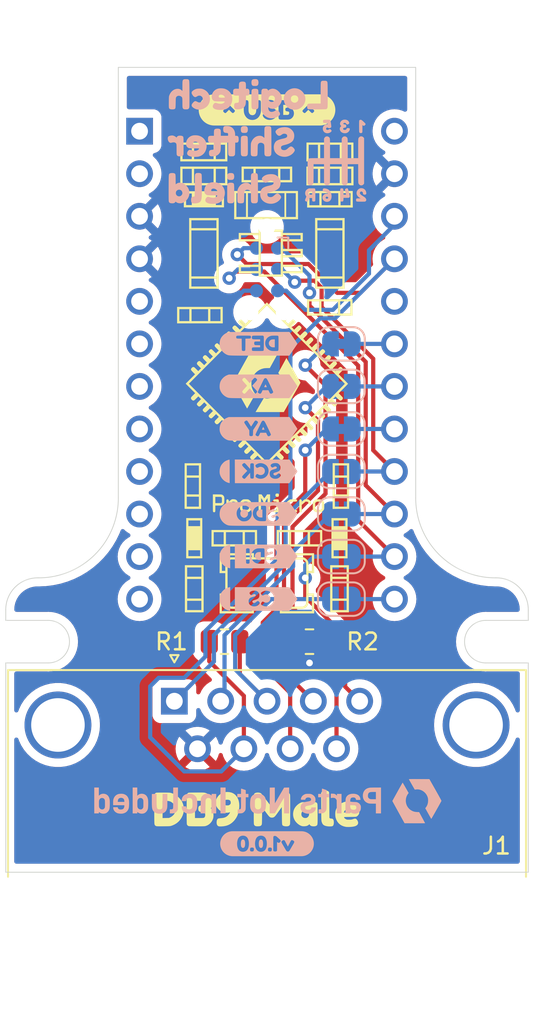
<source format=kicad_pcb>
(kicad_pcb (version 20211014) (generator pcbnew)
  (title_block (title "Logitech Shifter Shield for Pro Micro") (rev "v1.0.0"))
  (layers (0 "F.Cu" signal) (31 "B.Cu" signal) (34 "B.Paste" user) (35 "F.Paste" user) (36 "B.SilkS" user "B.Silkscreen") (37 "F.SilkS" user "F.Silkscreen") (38 "B.Mask" user) (39 "F.Mask" user) (44 "Edge.Cuts" user))
  (net 0 "")
  (net 1 "/Shift_Clock")
  (net 2 "/Shift_Data")
  (net 3 "/Shift_CS")
  (net 4 "/Shift_X")
  (net 5 "/Shift_DataIn")
  (net 6 "GND")
  (net 7 "VCC")
  (net 8 "/Shift_Y")
  (net 9 "/Shift_Detect")
  (net 11 "/MISO")
  (net 12 "/SCK")
  (net 13 "/MOSI")
  (net 14 "/RST")
  (net 15 "/Detect")
  (net 16 "/CS")
  (net 29 "/AX")
  (net 30 "/AY")
  (footprint "kibuzzard-61EDBB73" (layer "F.Cu") (at 152.4 73.66)
    (fp_text reference "kibuzzard-61EDBB73" hide)
    (fp_text value "G***" hide)
  )
  (footprint "Sim_Racing_Shields:DB9_Male_Text" (layer "F.Cu") (at 151.765 115.57)
    (fp_text reference "G***" hide)
    (fp_text value "LOGO" hide)
  )
  (footprint "Connector_Dsub:DSUB-9_Male_Horizontal_P2.77x2.84mm_EdgePinOffset7.70mm_Housed_MountingHolesOffset9.12mm" (layer "F.Cu") (at 146.86 108.966)
    (fp_text reference "J1" (at 19.256 8.636) (layer "F.SilkS"))
    (fp_text value "DB9_Male_MountingHoles")
    (pad "0" thru_hole circle locked (at -6.96 1.42) (size 4 4) (drill 3.2) (layers *.Cu *.Mask))
    (pad "0" thru_hole circle locked (at 18.04 1.42) (size 4 4) (drill 3.2) (layers *.Cu *.Mask))
    (pad "1" thru_hole rect locked (at 0 0) (size 1.6 1.6) (drill 1) (layers *.Cu *.Mask) (net 1 "/Shift_Clock"))
    (pad "2" thru_hole circle locked (at 2.77 0) (size 1.6 1.6) (drill 1) (layers *.Cu *.Mask) (net 2 "/Shift_Data"))
    (pad "3" thru_hole circle locked (at 5.54 0) (size 1.6 1.6) (drill 1) (layers *.Cu *.Mask) (net 3 "/Shift_CS"))
    (pad "4" thru_hole circle locked (at 8.31 0) (size 1.6 1.6) (drill 1) (layers *.Cu *.Mask) (net 4 "/Shift_X"))
    (pad "5" thru_hole circle locked (at 11.08 0) (size 1.6 1.6) (drill 1) (layers *.Cu *.Mask) (net 5 "/Shift_DataIn"))
    (pad "6" thru_hole circle locked (at 1.385 2.84) (size 1.6 1.6) (drill 1) (layers *.Cu *.Mask) (net 6 "GND"))
    (pad "7" thru_hole circle locked (at 4.155 2.84) (size 1.6 1.6) (drill 1) (layers *.Cu *.Mask) (net 7 "VCC"))
    (pad "8" thru_hole circle locked (at 6.925 2.84) (size 1.6 1.6) (drill 1) (layers *.Cu *.Mask) (net 8 "/Shift_Y"))
    (pad "9" thru_hole circle locked (at 9.695 2.84) (size 1.6 1.6) (drill 1) (layers *.Cu *.Mask) (net 9 "/Shift_Detect"))
  )
  (footprint "Resistor_SMD:R_0805_2012Metric" (layer "F.Cu") (at 154.94 105.41)
    (fp_text reference "R2" (at 3.175 0) (layer "F.SilkS"))
    (fp_text value "10k")
    (pad "1" smd roundrect locked (at -0.9125 0) (size 1.025 1.4) (layers "F.Cu" "F.Paste" "F.Mask") (roundrect_rratio 0.243902439) (net 6 "GND"))
    (pad "2" smd roundrect locked (at 0.9125 0) (size 1.025 1.4) (layers "F.Cu" "F.Paste" "F.Mask") (roundrect_rratio 0.243902439) (net 9 "/Shift_Detect"))
  )
  (footprint "Resistor_SMD:R_0805_2012Metric" (layer "F.Cu") (at 149.86 105.41 180)
    (fp_text reference "R1" (at 3.175 0) (layer "F.SilkS"))
    (fp_text value "10k")
    (pad "1" smd roundrect locked (at -0.9125 0 180) (size 1.025 1.4) (layers "F.Cu" "F.Paste" "F.Mask") (roundrect_rratio 0.243902439) (net 3 "/Shift_CS"))
    (pad "2" smd roundrect locked (at 0.9125 0 180) (size 1.025 1.4) (layers "F.Cu" "F.Paste" "F.Mask") (roundrect_rratio 0.243902439) (net 7 "VCC"))
  )
  (footprint "Sim_Racing_Shields:Sparkfun_ProMicro" (layer "F.Cu") (at 152.4 88.9)
    (fp_text reference "U1" hide)
    (fp_text value "SparkFun_ProMicro")
    (pad "1" thru_hole rect locked (at -7.62 -13.97 270) (size 1.6 1.6) (drill 1) (layers *.Cu *.Mask))
    (pad "2" thru_hole circle locked (at -7.62 -11.43 270) (size 1.6 1.6) (drill 1) (layers *.Cu *.Mask))
    (pad "3" thru_hole circle locked (at -7.62 -8.89 270) (size 1.6 1.6) (drill 1) (layers *.Cu *.Mask) (net 6 "GND"))
    (pad "4" thru_hole circle locked (at -7.62 -6.35 270) (size 1.6 1.6) (drill 1) (layers *.Cu *.Mask) (net 6 "GND"))
    (pad "5" thru_hole circle locked (at -7.62 -3.81 270) (size 1.6 1.6) (drill 1) (layers *.Cu *.Mask))
    (pad "6" thru_hole circle locked (at -7.62 -1.27 270) (size 1.6 1.6) (drill 1) (layers *.Cu *.Mask))
    (pad "7" thru_hole circle locked (at -7.62 1.27 270) (size 1.6 1.6) (drill 1) (layers *.Cu *.Mask))
    (pad "8" thru_hole circle locked (at -7.62 3.81 270) (size 1.6 1.6) (drill 1) (layers *.Cu *.Mask))
    (pad "9" thru_hole circle locked (at -7.62 6.35 270) (size 1.6 1.6) (drill 1) (layers *.Cu *.Mask))
    (pad "10" thru_hole circle locked (at -7.62 8.89 270) (size 1.6 1.6) (drill 1) (layers *.Cu *.Mask))
    (pad "11" thru_hole circle locked (at -7.62 11.43 270) (size 1.6 1.6) (drill 1) (layers *.Cu *.Mask))
    (pad "12" thru_hole circle locked (at -7.62 13.97 270) (size 1.6 1.6) (drill 1) (layers *.Cu *.Mask))
    (pad "13" thru_hole circle locked (at 7.62 13.97 270) (size 1.6 1.6) (drill 1) (layers *.Cu *.Mask) (net 16 "/CS"))
    (pad "14" thru_hole circle locked (at 7.62 11.43 270) (size 1.6 1.6) (drill 1) (layers *.Cu *.Mask) (net 13 "/MOSI"))
    (pad "15" thru_hole circle locked (at 7.62 8.89 270) (size 1.6 1.6) (drill 1) (layers *.Cu *.Mask) (net 11 "/MISO"))
    (pad "16" thru_hole circle locked (at 7.62 6.35 270) (size 1.6 1.6) (drill 1) (layers *.Cu *.Mask) (net 12 "/SCK"))
    (pad "17" thru_hole circle locked (at 7.62 3.81 270) (size 1.6 1.6) (drill 1) (layers *.Cu *.Mask) (net 30 "/AY"))
    (pad "18" thru_hole circle locked (at 7.62 1.27 270) (size 1.6 1.6) (drill 1) (layers *.Cu *.Mask) (net 29 "/AX"))
    (pad "19" thru_hole circle locked (at 7.62 -1.27 270) (size 1.6 1.6) (drill 1) (layers *.Cu *.Mask) (net 15 "/Detect"))
    (pad "20" thru_hole circle locked (at 7.62 -3.81 270) (size 1.6 1.6) (drill 1) (layers *.Cu *.Mask))
    (pad "21" thru_hole circle locked (at 7.62 -6.35 270) (size 1.6 1.6) (drill 1) (layers *.Cu *.Mask) (net 7 "VCC"))
    (pad "22" thru_hole circle locked (at 7.62 -8.89 270) (size 1.6 1.6) (drill 1) (layers *.Cu *.Mask) (net 14 "/RST"))
    (pad "23" thru_hole circle locked (at 7.62 -11.43 270) (size 1.6 1.6) (drill 1) (layers *.Cu *.Mask) (net 6 "GND"))
    (pad "24" thru_hole circle locked (at 7.62 -13.97 270) (size 1.6 1.6) (drill 1) (layers *.Cu *.Mask))
  )
  (footprint "Sim_Racing_Shields:SolderJumper-2_P1.3mm_Bridged_RoundedPad1.0x1.5mm_Unmasked" (layer "B.Cu") (at 156.845 97.79 180)
    (fp_text reference "JP5" hide)
    (fp_text value "Data_Jumper")
    (fp_poly (pts (xy 0.25 0.3) (xy -0.25 0.3) (xy -0.25 -0.3) (xy 0.25 -0.3)) (layer "B.Cu") (width 0) (fill solid))
    (pad "1" smd custom (at -0.65 0 180) (size 1 0.5) (layers "B.Cu" "B.Mask") (net 11 "/MISO") (options (clearance outline) (anchor rect)) (primitives (gr_circle (center 0 -0.25) (end 0.5 -0.25) (width 0) (fill yes)) (gr_circle (center 0 0.25) (end 0.5 0.25) (width 0) (fill yes)) (gr_poly (pts (xy 0.5 -0.75) (xy 0 -0.75) (xy 0 0.75) (xy 0.5 0.75)) (width 0) (fill yes))))
    (pad "2" smd custom (at 0.65 0 180) (size 1 0.5) (layers "B.Cu" "B.Mask") (net 2 "/Shift_Data") (options (clearance outline) (anchor rect)) (primitives (gr_circle (center 0 -0.25) (end 0.5 -0.25) (width 0) (fill yes)) (gr_circle (center 0 0.25) (end 0.5 0.25) (width 0) (fill yes)) (gr_poly (pts (xy 0 -0.75) (xy -0.5 -0.75) (xy -0.5 0.75) (xy 0 0.75)) (width 0) (fill yes))))
  )
  (footprint "Sim_Racing_Shields:Logitech_Shifter_Jumper_Labels" (layer "B.Cu") (at 151.892 95.3389 180)
    (fp_text reference "G***" hide)
    (fp_text value "LOGO" hide)
  )
  (footprint "Sim_Racing_Shields:SolderJumper-2_P1.3mm_Bridged_RoundedPad1.0x1.5mm_Unmasked" (layer "B.Cu") (at 156.845 92.71 180)
    (fp_text reference "JP3" hide)
    (fp_text value "ShiftY_Jumper" hide)
    (fp_poly (pts (xy 0.25 0.3) (xy -0.25 0.3) (xy -0.25 -0.3) (xy 0.25 -0.3)) (layer "B.Cu") (width 0) (fill solid))
    (pad "1" smd custom (at -0.65 0 180) (size 1 0.5) (layers "B.Cu" "B.Mask") (net 30 "/AY") (options (clearance outline) (anchor rect)) (primitives (gr_circle (center 0 -0.25) (end 0.5 -0.25) (width 0) (fill yes)) (gr_circle (center 0 0.25) (end 0.5 0.25) (width 0) (fill yes)) (gr_poly (pts (xy 0.5 -0.75) (xy 0 -0.75) (xy 0 0.75) (xy 0.5 0.75)) (width 0) (fill yes))))
    (pad "2" smd custom (at 0.65 0 180) (size 1 0.5) (layers "B.Cu" "B.Mask") (net 8 "/Shift_Y") (options (clearance outline) (anchor rect)) (primitives (gr_circle (center 0 -0.25) (end 0.5 -0.25) (width 0) (fill yes)) (gr_circle (center 0 0.25) (end 0.5 0.25) (width 0) (fill yes)) (gr_poly (pts (xy 0 -0.75) (xy -0.5 -0.75) (xy -0.5 0.75) (xy 0 0.75)) (width 0) (fill yes))))
  )
  (footprint "Sim_Racing_Shields:SolderJumper-2_P1.3mm_Bridged_RoundedPad1.0x1.5mm_Unmasked" (layer "B.Cu") (at 156.845 90.17 180)
    (fp_text reference "JP2" hide)
    (fp_text value "ShiftX_Jumper" hide)
    (fp_poly (pts (xy 0.25 0.3) (xy -0.25 0.3) (xy -0.25 -0.3) (xy 0.25 -0.3)) (layer "B.Cu") (width 0) (fill solid))
    (pad "1" smd custom (at -0.65 0 180) (size 1 0.5) (layers "B.Cu" "B.Mask") (net 29 "/AX") (options (clearance outline) (anchor rect)) (primitives (gr_circle (center 0 -0.25) (end 0.5 -0.25) (width 0) (fill yes)) (gr_circle (center 0 0.25) (end 0.5 0.25) (width 0) (fill yes)) (gr_poly (pts (xy 0.5 -0.75) (xy 0 -0.75) (xy 0 0.75) (xy 0.5 0.75)) (width 0) (fill yes))))
    (pad "2" smd custom (at 0.65 0 180) (size 1 0.5) (layers "B.Cu" "B.Mask") (net 4 "/Shift_X") (options (clearance outline) (anchor rect)) (primitives (gr_circle (center 0 -0.25) (end 0.5 -0.25) (width 0) (fill yes)) (gr_circle (center 0 0.25) (end 0.5 0.25) (width 0) (fill yes)) (gr_poly (pts (xy 0 -0.75) (xy -0.5 -0.75) (xy -0.5 0.75) (xy 0 0.75)) (width 0) (fill yes))))
  )
  (footprint "Sim_Racing_Shields:PNI_Logo_Text" (layer "B.Cu") (at 152.4 114.935 180)
    (fp_text reference "G***" hide)
    (fp_text value "LOGO" hide)
  )
  (footprint "Jumper:SolderJumper-2_P1.3mm_Open_RoundedPad1.0x1.5mm" (layer "B.Cu") (at 156.845 95.25 180)
    (fp_text reference "JP4" hide)
    (fp_text value "Clock_Jumper_NC" hide)
    (pad "1" smd custom locked (at -0.65 0 180) (size 1 0.5) (layers "B.Cu" "B.Mask") (net 12 "/SCK") (options (clearance outline) (anchor rect)) (primitives (gr_circle (center 0 -0.25) (end 0.5 -0.25) (width 0) (fill yes)) (gr_circle (center 0 0.25) (end 0.5 0.25) (width 0) (fill yes)) (gr_poly (pts (xy 0.5 0.75) (xy 0 0.75) (xy 0 -0.75) (xy 0.5 -0.75)) (width 0) (fill yes))))
    (pad "2" smd custom locked (at 0.65 0 180) (size 1 0.5) (layers "B.Cu" "B.Mask") (net 1 "/Shift_Clock") (options (clearance outline) (anchor rect)) (primitives (gr_circle (center 0 -0.25) (end 0.5 -0.25) (width 0) (fill yes)) (gr_circle (center 0 0.25) (end 0.5 0.25) (width 0) (fill yes)) (gr_poly (pts (xy 0 0.75) (xy -0.5 0.75) (xy -0.5 -0.75) (xy 0 -0.75)) (width 0) (fill yes))))
  )
  (footprint "Jumper:SolderJumper-2_P1.3mm_Open_RoundedPad1.0x1.5mm" (layer "B.Cu") (at 156.845 102.87 180)
    (fp_text reference "JP7" hide)
    (fp_text value "CS_Jumper_NC" hide)
    (pad "1" smd custom locked (at -0.65 0 180) (size 1 0.5) (layers "B.Cu" "B.Mask") (net 16 "/CS") (options (clearance outline) (anchor rect)) (primitives (gr_circle (center 0 -0.25) (end 0.5 -0.25) (width 0) (fill yes)) (gr_circle (center 0 0.25) (end 0.5 0.25) (width 0) (fill yes)) (gr_poly (pts (xy 0.5 0.75) (xy 0 0.75) (xy 0 -0.75) (xy 0.5 -0.75)) (width 0) (fill yes))))
    (pad "2" smd custom locked (at 0.65 0 180) (size 1 0.5) (layers "B.Cu" "B.Mask") (net 3 "/Shift_CS") (options (clearance outline) (anchor rect)) (primitives (gr_circle (center 0 -0.25) (end 0.5 -0.25) (width 0) (fill yes)) (gr_circle (center 0 0.25) (end 0.5 0.25) (width 0) (fill yes)) (gr_poly (pts (xy 0 0.75) (xy -0.5 0.75) (xy -0.5 -0.75) (xy 0 -0.75)) (width 0) (fill yes))))
  )
  (footprint "Sim_Racing_Shields:Logitech_Shifter_Shield_Graphic" (layer "B.Cu") (at 152.4 75.692 180)
    (fp_text reference "G***" hide)
    (fp_text value "LOGO" hide)
  )
  (footprint "Jumper:SolderJumper-2_P1.3mm_Open_RoundedPad1.0x1.5mm" (layer "B.Cu") (at 156.845 100.33 180)
    (fp_text reference "JP6" hide)
    (fp_text value "Data_In_Jumper_NC" hide)
    (pad "1" smd custom locked (at -0.65 0 180) (size 1 0.5) (layers "B.Cu" "B.Mask") (net 13 "/MOSI") (options (clearance outline) (anchor rect)) (primitives (gr_circle (center 0 -0.25) (end 0.5 -0.25) (width 0) (fill yes)) (gr_circle (center 0 0.25) (end 0.5 0.25) (width 0) (fill yes)) (gr_poly (pts (xy 0.5 0.75) (xy 0 0.75) (xy 0 -0.75) (xy 0.5 -0.75)) (width 0) (fill yes))))
    (pad "2" smd custom locked (at 0.65 0 180) (size 1 0.5) (layers "B.Cu" "B.Mask") (net 5 "/Shift_DataIn") (options (clearance outline) (anchor rect)) (primitives (gr_circle (center 0 -0.25) (end 0.5 -0.25) (width 0) (fill yes)) (gr_circle (center 0 0.25) (end 0.5 0.25) (width 0) (fill yes)) (gr_poly (pts (xy 0 0.75) (xy -0.5 0.75) (xy -0.5 -0.75) (xy 0 -0.75)) (width 0) (fill yes))))
  )
  (footprint "Sim_Racing_Shields:SolderJumper-2_P1.3mm_Bridged_RoundedPad1.0x1.5mm_Unmasked" (layer "B.Cu") (at 156.845 87.63 180)
    (fp_text reference "JP1" hide)
    (fp_text value "Detect_Jumper" hide)
    (fp_poly (pts (xy 0.25 0.3) (xy -0.25 0.3) (xy -0.25 -0.3) (xy 0.25 -0.3)) (layer "B.Cu") (width 0) (fill solid))
    (pad "1" smd custom (at -0.65 0 180) (size 1 0.5) (layers "B.Cu" "B.Mask") (net 15 "/Detect") (options (clearance outline) (anchor rect)) (primitives (gr_circle (center 0 -0.25) (end 0.5 -0.25) (width 0) (fill yes)) (gr_circle (center 0 0.25) (end 0.5 0.25) (width 0) (fill yes)) (gr_poly (pts (xy 0.5 -0.75) (xy 0 -0.75) (xy 0 0.75) (xy 0.5 0.75)) (width 0) (fill yes))))
    (pad "2" smd custom (at 0.65 0 180) (size 1 0.5) (layers "B.Cu" "B.Mask") (net 9 "/Shift_Detect") (options (clearance outline) (anchor rect)) (primitives (gr_circle (center 0 -0.25) (end 0.5 -0.25) (width 0) (fill yes)) (gr_circle (center 0 0.25) (end 0.5 0.25) (width 0) (fill yes)) (gr_poly (pts (xy 0 -0.75) (xy -0.5 -0.75) (xy -0.5 0.75) (xy 0 0.75)) (width 0) (fill yes))))
  )
  (footprint "kibuzzard-61EDBF18" (layer "B.Cu") (at 152.4 117.475 180)
    (fp_text reference "kibuzzard-61EDBF18" hide)
    (fp_text value "G***" hide)
  )
  (footprint "Connector:Tag-Connect_TC2030-IDC-NL_2x03_P1.27mm_Vertical" (layer "B.Cu") (at 152.4 83.185 -90)
    (fp_text reference "J2" hide)
    (fp_text value "AVR-ISP-6" hide)
    (pad "" np_thru_hole circle locked (at 2.54 1.016 270) (size 0.9906 0.9906) (drill 0.9906) (layers *.Cu *.Mask))
    (pad "" np_thru_hole circle locked (at 2.54 -1.016 270) (size 0.9906 0.9906) (drill 0.9906) (layers *.Cu *.Mask))
    (pad "" np_thru_hole circle locked (at -2.54 0 270) (size 0.9906 0.9906) (drill 0.9906) (layers *.Cu *.Mask))
    (pad "1" connect circle locked (at -1.27 -0.635 270) (size 0.7874 0.7874) (layers "B.Cu" "B.Mask") (net 11 "/MISO"))
    (pad "2" connect circle locked (at -1.27 0.635 270) (size 0.7874 0.7874) (layers "B.Cu" "B.Mask") (net 7 "VCC"))
    (pad "3" connect circle locked (at 0 -0.635 270) (size 0.7874 0.7874) (layers "B.Cu" "B.Mask") (net 12 "/SCK"))
    (pad "4" connect circle locked (at 0 0.635 270) (size 0.7874 0.7874) (layers "B.Cu" "B.Mask") (net 13 "/MOSI"))
    (pad "5" connect circle locked (at 1.27 -0.635 270) (size 0.7874 0.7874) (layers "B.Cu" "B.Mask") (net 14 "/RST"))
    (pad "6" connect circle locked (at 1.27 0.635 270) (size 0.7874 0.7874) (layers "B.Cu" "B.Mask") (net 6 "GND"))
  )
  (gr_arc (start 166.116 101.6) (mid 167.463038 102.157962) (end 168.021 103.505) (layer "Edge.Cuts") (width 0.05))
  (gr_line (start 168.021 106.68) (end 168.021 119.1768) (layer "Edge.Cuts") (width 0.05))
  (gr_line (start 161.29 96.8375) (end 161.29 71.12) (layer "Edge.Cuts") (width 0.05))
  (gr_arc (start 136.779 103.505) (mid 137.336962 102.157962) (end 138.684 101.6) (layer "Edge.Cuts") (width 0.05))
  (gr_line (start 161.29 71.12) (end 143.51 71.12) (layer "Edge.Cuts") (width 0.05))
  (gr_arc (start 139.319 104.14) (mid 140.589 105.41) (end 139.319 106.68) (layer "Edge.Cuts") (width 0.05))
  (gr_line (start 168.021 104.14) (end 168.021 103.505) (layer "Edge.Cuts") (width 0.05))
  (gr_line (start 166.116 101.6) (end 166.0525 101.6) (layer "Edge.Cuts") (width 0.05))
  (gr_line (start 165.481 106.68) (end 168.021 106.68) (layer "Edge.Cuts") (width 0.05))
  (gr_line (start 139.319 106.68) (end 136.779 106.68) (layer "Edge.Cuts") (width 0.05))
  (gr_arc (start 165.481 106.68) (mid 164.211 105.41) (end 165.481 104.14) (layer "Edge.Cuts") (width 0.05))
  (gr_arc (start 166.0525 101.6) (mid 162.684904 100.205096) (end 161.29 96.8375) (layer "Edge.Cuts") (width 0.05))
  (gr_line (start 136.779 104.14) (end 136.779 103.505) (layer "Edge.Cuts") (width 0.05))
  (gr_line (start 165.481 104.14) (end 168.021 104.14) (layer "Edge.Cuts") (width 0.05))
  (gr_line (start 136.779 119.1768) (end 168.021 119.1768) (layer "Edge.Cuts") (width 0.05))
  (gr_line (start 139.319 104.14) (end 136.779 104.14) (layer "Edge.Cuts") (width 0.05))
  (gr_line (start 136.779 106.68) (end 136.779 119.1768) (layer "Edge.Cuts") (width 0.05))
  (gr_line (start 138.684 101.6) (end 138.7475 101.6) (layer "Edge.Cuts") (width 0.05))
  (gr_arc (start 143.51 96.8375) (mid 142.115096 100.205096) (end 138.7475 101.6) (layer "Edge.Cuts") (width 0.05))
  (gr_line (start 143.51 71.12) (end 143.51 96.8375) (layer "Edge.Cuts") (width 0.05))
  (segment (start 153.511969 97.933031) (end 153.511969 100.7327) (width 0.25) (layer "B.Cu") (net 1))
  (segment (start 149.225 106.601) (end 146.86 108.966) (width 0.25) (layer "B.Cu") (net 1))
  (segment (start 149.225 105.019669) (end 149.225 106.601) (width 0.25) (layer "B.Cu") (net 1))
  (segment (start 153.511969 100.7327) (end 149.225 105.019669) (width 0.25) (layer "B.Cu") (net 1))
  (segment (start 156.195 95.25) (end 153.511969 97.933031) (width 0.25) (layer "B.Cu") (net 1))
  (segment (start 149.86 108.736) (end 149.63 108.966) (width 0.25) (layer "B.Cu") (net 2))
  (segment (start 153.961489 100.023511) (end 156.195 97.79) (width 0.25) (layer "B.Cu") (net 2))
  (segment (start 153.961489 100.918898) (end 153.961489 100.023511) (width 0.25) (layer "B.Cu") (net 2))
  (segment (start 149.86 105.020386) (end 149.86 108.736) (width 0.25) (layer "B.Cu") (net 2))
  (segment (start 149.86 105.020386) (end 153.961489 100.918898) (width 0.25) (layer "B.Cu") (net 2))
  (segment (start 152.4 108.966) (end 150.7725 107.3385) (width 0.25) (layer "F.Cu") (net 3))
  (segment (start 150.7725 107.3385) (end 150.7725 105.41) (width 0.25) (layer "F.Cu") (net 3))
  (segment (start 150.495 107.061) (end 150.495 105.021104) (width 0.25) (layer "B.Cu") (net 3))
  (segment (start 150.495 105.021104) (end 152.646105 102.87) (width 0.25) (layer "B.Cu") (net 3))
  (segment (start 152.4 108.966) (end 150.495 107.061) (width 0.25) (layer "B.Cu") (net 3))
  (segment (start 152.646105 102.87) (end 156.195 102.87) (width 0.25) (layer "B.Cu") (net 3))
  (segment (start 155.448 96.392282) (end 153.416 98.424282) (width 0.25) (layer "F.Cu") (net 4))
  (segment (start 155.448 92.202) (end 155.448 96.392282) (width 0.25) (layer "F.Cu") (net 4))
  (segment (start 152.654 104.394) (end 152.654 106.45) (width 0.25) (layer "F.Cu") (net 4))
  (segment (start 152.654 106.45) (end 155.17 108.966) (width 0.25) (layer "F.Cu") (net 4))
  (segment (start 153.416 98.424282) (end 153.416 103.632) (width 0.25) (layer "F.Cu") (net 4))
  (segment (start 154.686 91.44) (end 155.448 92.202) (width 0.25) (layer "F.Cu") (net 4))
  (segment (start 153.416 103.632) (end 152.654 104.394) (width 0.25) (layer "F.Cu") (net 4))
  (via (at 154.686 91.44) (size 0.8) (drill 0.4) (layers "F.Cu" "B.Cu") (net 4))
  (segment (start 156.195 90.17) (end 155.956 90.17) (width 0.25) (layer "B.Cu") (net 4))
  (segment (start 155.956 90.17) (end 154.686 91.44) (width 0.25) (layer "B.Cu") (net 4))
  (segment (start 157.0736 108.0996) (end 157.0736 105.106107) (width 0.25) (layer "F.Cu") (net 5))
  (segment (start 157.0736 105.106107) (end 154.686 102.718507) (width 0.25) (layer "F.Cu") (net 5))
  (segment (start 157.94 108.966) (end 157.0736 108.0996) (width 0.25) (layer "F.Cu") (net 5))
  (segment (start 154.686 102.718507) (end 154.686 101.6) (width 0.25) (layer "F.Cu") (net 5))
  (via (at 154.686 101.6) (size 0.8) (drill 0.4) (layers "F.Cu" "B.Cu") (net 5))
  (segment (start 155.194 100.33) (end 154.686 100.838) (width 0.25) (layer "B.Cu") (net 5))
  (segment (start 156.195 100.33) (end 155.194 100.33) (width 0.25) (layer "B.Cu") (net 5))
  (segment (start 154.686 100.838) (end 154.686 101.6) (width 0.25) (layer "B.Cu") (net 5))
  (segment (start 154.0275 106.252) (end 154.0275 105.41) (width 0.25) (layer "F.Cu") (net 6))
  (segment (start 154.94 106.68) (end 154.4555 106.68) (width 0.25) (layer "F.Cu") (net 6))
  (segment (start 154.4555 106.68) (end 154.0275 106.252) (width 0.25) (layer "F.Cu") (net 6))
  (via (at 154.94 106.68) (size 0.8) (drill 0.4) (layers "F.Cu" "B.Cu") (net 6))
  (segment (start 151.003 84.455) (end 150.368 85.09) (width 0.25) (layer "B.Cu") (net 6))
  (segment (start 151.765 84.455) (end 151.003 84.455) (width 0.25) (layer "B.Cu") (net 6))
  (segment (start 150.368 85.09) (end 149.098 85.09) (width 0.25) (layer "B.Cu") (net 6))
  (segment (start 146.05 83.82) (end 144.78 82.55) (width 0.25) (layer "B.Cu") (net 6))
  (segment (start 147.828 83.82) (end 146.05 83.82) (width 0.25) (layer "B.Cu") (net 6))
  (segment (start 149.098 85.09) (end 147.828 83.82) (width 0.25) (layer "B.Cu") (net 6))
  (segment (start 157.988 84.582) (end 160.02 82.55) (width 0.25) (layer "F.Cu") (net 7))
  (segment (start 151.015 108.647494) (end 151.015 111.806) (width 0.25) (layer "F.Cu") (net 7))
  (segment (start 151.015 108.647494) (end 148.9475 106.579994) (width 0.25) (layer "F.Cu") (net 7))
  (segment (start 154.880811 82.86248) (end 156.600331 84.582) (width 0.25) (layer "F.Cu") (net 7))
  (segment (start 156.600331 84.582) (end 157.988 84.582) (width 0.25) (layer "F.Cu") (net 7))
  (segment (start 151.18848 82.86248) (end 154.880811 82.86248) (width 0.25) (layer "F.Cu") (net 7))
  (segment (start 148.9475 106.579994) (end 148.9475 105.41) (width 0.25) (layer "F.Cu") (net 7))
  (segment (start 150.622 82.296) (end 151.18848 82.86248) (width 0.25) (layer "F.Cu") (net 7))
  (via (at 150.622 82.296) (size 0.8) (drill 0.4) (layers "F.Cu" "B.Cu") (net 7))
  (segment (start 153.797 96.835506) (end 153.035 97.597506) (width 0.25) (layer "B.Cu") (net 7))
  (segment (start 147.447 107.569) (end 145.923 107.569) (width 0.25) (layer "B.Cu") (net 7))
  (segment (start 148.717 104.775) (end 148.717 106.299) (width 0.25) (layer "B.Cu") (net 7))
  (segment (start 150.622 82.296) (end 151.003 81.915) (width 0.25) (layer "B.Cu") (net 7))
  (segment (start 148.717 106.299) (end 147.447 107.569) (width 0.25) (layer "B.Cu") (net 7))
  (segment (start 149.664 113.157) (end 151.015 111.806) (width 0.25) (layer "B.Cu") (net 7))
  (segment (start 145.415 111.125) (end 147.447 113.157) (width 0.25) (layer "B.Cu") (net 7))
  (segment (start 145.415 108.077) (end 145.415 111.125) (width 0.25) (layer "B.Cu") (net 7))
  (segment (start 153.797 87.884) (end 153.797 96.835506) (width 0.25) (layer "B.Cu") (net 7))
  (segment (start 145.923 107.569) (end 145.415 108.077) (width 0.25) (layer "B.Cu") (net 7))
  (segment (start 153.035 100.457) (end 148.717 104.775) (width 0.25) (layer "B.Cu") (net 7))
  (segment (start 151.003 81.915) (end 151.765 81.915) (width 0.25) (layer "B.Cu") (net 7))
  (segment (start 155.575 86.106) (end 153.797 87.884) (width 0.25) (layer "B.Cu") (net 7))
  (segment (start 160.02 82.55) (end 156.464 86.106) (width 0.25) (layer "B.Cu") (net 7))
  (segment (start 153.035 97.597506) (end 153.035 100.457) (width 0.25) (layer "B.Cu") (net 7))
  (segment (start 156.464 86.106) (end 155.575 86.106) (width 0.25) (layer "B.Cu") (net 7))
  (segment (start 147.447 113.157) (end 149.664 113.157) (width 0.25) (layer "B.Cu") (net 7))
  (segment (start 152.146 104.266282) (end 152.146 106.831718) (width 0.25) (layer "F.Cu") (net 8))
  (segment (start 152.96648 98.238084) (end 152.96648 103.445802) (width 0.25) (layer "F.Cu") (net 8))
  (segment (start 154.686 93.98) (end 154.686 96.518564) (width 0.25) (layer "F.Cu") (net 8))
  (segment (start 152.96648 103.445802) (end 152.146 104.266282) (width 0.25) (layer "F.Cu") (net 8))
  (segment (start 154.686 96.518564) (end 152.96648 98.238084) (width 0.25) (layer "F.Cu") (net 8))
  (segment (start 152.146 106.831718) (end 153.785 108.470718) (width 0.25) (layer "F.Cu") (net 8))
  (segment (start 153.785 108.470718) (end 153.785 111.806) (width 0.25) (layer "F.Cu") (net 8))
  (via (at 154.686 93.98) (size 0.8) (drill 0.4) (layers "F.Cu" "B.Cu") (net 8))
  (segment (start 156.195 92.71) (end 155.956 92.71) (width 0.25) (layer "B.Cu") (net 8))
  (segment (start 155.956 92.71) (end 154.686 93.98) (width 0.25) (layer "B.Cu") (net 8))
  (segment (start 154.686 88.9) (end 155.89752 90.11152) (width 0.25) (layer "F.Cu") (net 9))
  (segment (start 153.924 98.552) (end 153.924 103.378) (width 0.25) (layer "F.Cu") (net 9))
  (segment (start 153.924 103.378) (end 155.8525 105.3065) (width 0.25) (layer "F.Cu") (net 9))
  (segment (start 155.89752 96.57848) (end 153.924 98.552) (width 0.25) (layer "F.Cu") (net 9))
  (segment (start 155.89752 90.11152) (end 155.89752 96.57848) (width 0.25) (layer "F.Cu") (net 9))
  (segment (start 156.555 111.806) (end 156.555 106.1125) (width 0.25) (layer "F.Cu") (net 9))
  (segment (start 155.8525 105.41) (end 156.555 106.1125) (width 0.25) (layer "F.Cu") (net 9))
  (segment (start 155.8525 105.3065) (end 155.8525 105.41) (width 0.25) (layer "F.Cu") (net 9))
  (via (at 154.686 88.9) (size 0.8) (drill 0.4) (layers "F.Cu" "B.Cu") (net 9))
  (segment (start 155.956 87.63) (end 156.195 87.63) (width 0.25) (layer "B.Cu") (net 9))
  (segment (start 154.686 88.9) (end 155.956 87.63) (width 0.25) (layer "B.Cu") (net 9))
  (segment (start 158.30048 96.07048) (end 160.02 97.79) (width 0.25) (layer "F.Cu") (net 11))
  (segment (start 154.94 84.582) (end 154.94 85.344) (width 0.25) (layer "F.Cu") (net 11))
  (segment (start 154.94 85.344) (end 158.30048 88.70448) (width 0.25) (layer "F.Cu") (net 11))
  (segment (start 158.30048 88.70448) (end 158.30048 96.07048) (width 0.25) (layer "F.Cu") (net 11))
  (via (at 154.94 84.582) (size 0.8) (drill 0.4) (layers "F.Cu" "B.Cu") (net 11))
  (segment (start 154.94 83.557386) (end 153.297614 81.915) (width 0.25) (layer "B.Cu") (net 11))
  (segment (start 153.297614 81.915) (end 153.035 81.915) (width 0.25) (layer "B.Cu") (net 11))
  (segment (start 157.495 97.79) (end 160.02 97.79) (width 0.25) (layer "B.Cu") (net 11))
  (segment (start 154.94 84.582) (end 154.94 83.557386) (width 0.25) (layer "B.Cu") (net 11))
  (segment (start 155.240103 83.857489) (end 155.664511 84.281897) (width 0.25) (layer "F.Cu") (net 12))
  (segment (start 154.140511 83.857489) (end 155.240103 83.857489) (width 0.25) (layer "F.Cu") (net 12))
  (segment (start 155.664511 85.432794) (end 158.75 88.518283) (width 0.25) (layer "F.Cu") (net 12))
  (segment (start 158.75 93.98) (end 160.02 95.25) (width 0.25) (layer "F.Cu") (net 12))
  (segment (start 155.664511 84.281897) (end 155.664511 85.432794) (width 0.25) (layer "F.Cu") (net 12))
  (segment (start 154.0553 83.9427) (end 154.140511 83.857489) (width 0.25) (layer "F.Cu") (net 12))
  (segment (start 158.75 88.518283) (end 158.75 93.98) (width 0.25) (layer "F.Cu") (net 12))
  (via (at 154.0553 83.9427) (size 0.8) (drill 0.4) (layers "F.Cu" "B.Cu") (net 12))
  (segment (start 160.02 95.25) (end 157.495 95.25) (width 0.25) (layer "B.Cu") (net 12))
  (segment (start 154.0553 83.9427) (end 153.2976 83.185) (width 0.25) (layer "B.Cu") (net 12))
  (segment (start 153.2976 83.185) (end 153.035 83.185) (width 0.25) (layer "B.Cu") (net 12))
  (segment (start 150.13705 83.70745) (end 150.5325 83.312) (width 0.25) (layer "F.Cu") (net 13))
  (segment (start 157.85096 98.16096) (end 160.02 100.33) (width 0.25) (layer "F.Cu") (net 13))
  (segment (start 150.5325 83.312) (end 152.233114 83.312) (width 0.25) (layer "F.Cu") (net 13))
  (segment (start 157.85096 88.929846) (end 157.85096 98.16096) (width 0.25) (layer "F.Cu") (net 13))
  (segment (start 152.233114 83.312) (end 157.85096 88.929846) (width 0.25) (layer "F.Cu") (net 13))
  (via (at 150.13705 83.70745) (size 0.8) (drill 0.4) (layers "F.Cu" "B.Cu") (net 13))
  (segment (start 150.6595 83.185) (end 151.765 83.185) (width 0.25) (layer "B.Cu") (net 13))
  (segment (start 150.13705 83.70745) (end 150.6595 83.185) (width 0.25) (layer "B.Cu") (net 13))
  (segment (start 160.02 100.33) (end 157.495 100.33) (width 0.25) (layer "B.Cu") (net 13))
  (segment (start 154.686 85.598) (end 156.336282 85.598) (width 0.25) (layer "B.Cu") (net 14))
  (segment (start 153.543 84.455) (end 154.686 85.598) (width 0.25) (layer "B.Cu") (net 14))
  (segment (start 153.035 84.455) (end 153.543 84.455) (width 0.25) (layer "B.Cu") (net 14))
  (segment (start 158.496 83.438282) (end 158.496 82.042) (width 0.25) (layer "B.Cu") (net 14))
  (segment (start 156.336282 85.598) (end 158.496 83.438282) (width 0.25) (layer "B.Cu") (net 14))
  (segment (start 158.496 82.042) (end 160.02 80.518) (width 0.25) (layer "B.Cu") (net 14))
  (segment (start 160.02 80.518) (end 160.02 80.01) (width 0.25) (layer "B.Cu") (net 14))
  (segment (start 160.02 87.63) (end 157.495 87.63) (width 0.25) (layer "B.Cu") (net 15))
  (segment (start 157.495 102.87) (end 160.02 102.87) (width 0.25) (layer "B.Cu") (net 16))
  (segment (start 157.495 90.17) (end 160.02 90.17) (width 0.25) (layer "B.Cu") (net 29))
  (segment (start 160.02 92.71) (end 157.495 92.71) (width 0.25) (layer "B.Cu") (net 30))
  (zone (net 6) (net_name "GND") (layers F&B.Cu) (connect_pads (clearance 0.508)) (min_thickness 0.254) (fill yes (thermal_gap 0.508) (thermal_bridge_width 0.508))
    (polygon (pts (xy 161.29 97.155) (xy 168.275 102.235) (xy 168.275 119.38) (xy 136.525 119.38) (xy 136.525 102.235) (xy 143.51 97.155) (xy 143.51 71.12) (xy 161.29 71.12)))
  )
)
</source>
